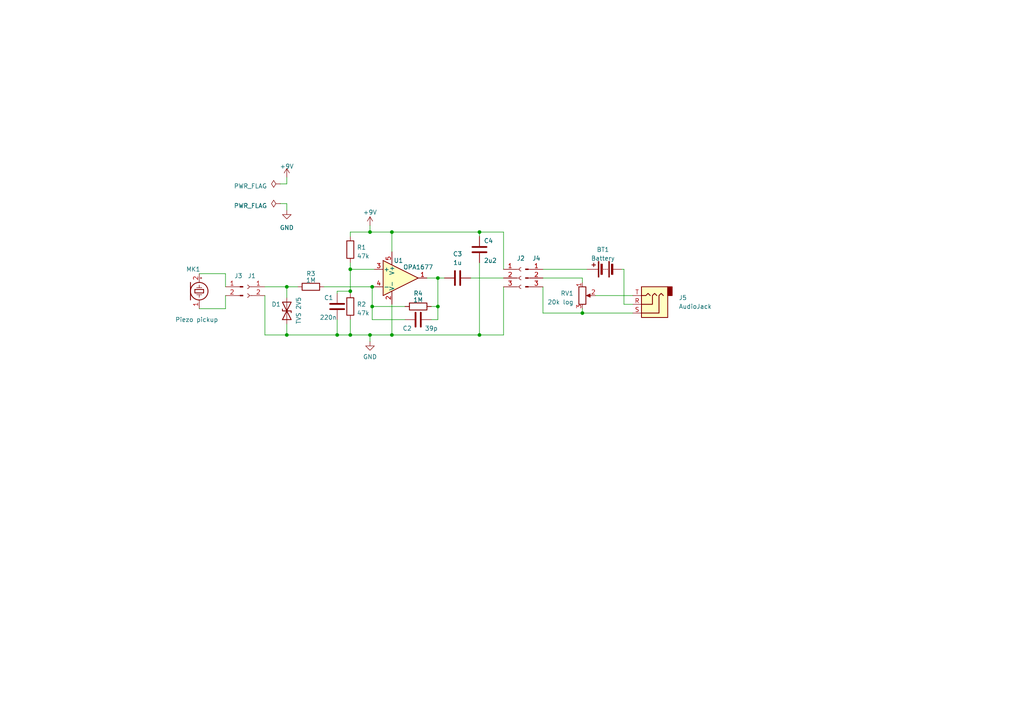
<source format=kicad_sch>
(kicad_sch (version 20230121) (generator eeschema)

  (uuid 8979b6e2-98c0-4e59-98fd-eb8fca94e0a5)

  (paper "A4")

  (title_block
    (title "Piezo-pickup impedance converter")
    (date "2023-11-08")
    (company "Thiadmer Riemersma")
  )

  (lib_symbols
    (symbol "Amplifier_Operational:OPA1677DBV" (pin_names (offset 0.127)) (in_bom yes) (on_board yes)
      (property "Reference" "U" (at 0 5.08 0)
        (effects (font (size 1.27 1.27)) (justify left))
      )
      (property "Value" "OPA1677" (at 0 -5.08 0)
        (effects (font (size 1.27 1.27)) (justify left))
      )
      (property "Footprint" "Package_TO_SOT_SMD:SOT-23-5" (at 0 0 0)
        (effects (font (size 1.27 1.27)) hide)
      )
      (property "Datasheet" "https://www.analog.com/media/en/technical-documentation/data-sheets/AD8603_8607_8609.pdf" (at 0 5.08 0)
        (effects (font (size 1.27 1.27)) hide)
      )
      (property "ki_keywords" "single opamp" (at 0 0 0)
        (effects (font (size 1.27 1.27)) hide)
      )
      (property "ki_description" "Precision Micropower, Low Noise CMOS, Rail-to-Rail Input/Output Operational Amplifier, TSOT-23-5" (at 0 0 0)
        (effects (font (size 1.27 1.27)) hide)
      )
      (property "ki_fp_filters" "SOT*23*" (at 0 0 0)
        (effects (font (size 1.27 1.27)) hide)
      )
      (symbol "OPA1677DBV_0_1"
        (polyline
          (pts
            (xy -5.08 5.08)
            (xy 5.08 0)
            (xy -5.08 -5.08)
            (xy -5.08 5.08)
          )
          (stroke (width 0.254) (type default))
          (fill (type background))
        )
        (pin power_in line (at -2.54 -7.62 90) (length 3.81)
          (name "V-" (effects (font (size 1.27 1.27))))
          (number "2" (effects (font (size 1.27 1.27))))
        )
        (pin power_in line (at -2.54 7.62 270) (length 3.81)
          (name "V+" (effects (font (size 1.27 1.27))))
          (number "5" (effects (font (size 1.27 1.27))))
        )
      )
      (symbol "OPA1677DBV_1_1"
        (pin output line (at 7.62 0 180) (length 2.54)
          (name "~" (effects (font (size 1.27 1.27))))
          (number "1" (effects (font (size 1.27 1.27))))
        )
        (pin input line (at -7.62 2.54 0) (length 2.54)
          (name "+" (effects (font (size 1.27 1.27))))
          (number "3" (effects (font (size 1.27 1.27))))
        )
        (pin input line (at -7.62 -2.54 0) (length 2.54)
          (name "-" (effects (font (size 1.27 1.27))))
          (number "4" (effects (font (size 1.27 1.27))))
        )
      )
    )
    (symbol "Connector:Conn_01x02_Pin" (pin_names (offset 1.016) hide) (in_bom yes) (on_board yes)
      (property "Reference" "J" (at 0 2.54 0)
        (effects (font (size 1.27 1.27)))
      )
      (property "Value" "Conn_01x02_Pin" (at 0 -5.08 0)
        (effects (font (size 1.27 1.27)))
      )
      (property "Footprint" "" (at 0 0 0)
        (effects (font (size 1.27 1.27)) hide)
      )
      (property "Datasheet" "~" (at 0 0 0)
        (effects (font (size 1.27 1.27)) hide)
      )
      (property "ki_locked" "" (at 0 0 0)
        (effects (font (size 1.27 1.27)))
      )
      (property "ki_keywords" "connector" (at 0 0 0)
        (effects (font (size 1.27 1.27)) hide)
      )
      (property "ki_description" "Generic connector, single row, 01x02, script generated" (at 0 0 0)
        (effects (font (size 1.27 1.27)) hide)
      )
      (property "ki_fp_filters" "Connector*:*_1x??_*" (at 0 0 0)
        (effects (font (size 1.27 1.27)) hide)
      )
      (symbol "Conn_01x02_Pin_1_1"
        (polyline
          (pts
            (xy 1.27 -2.54)
            (xy 0.8636 -2.54)
          )
          (stroke (width 0.1524) (type default))
          (fill (type none))
        )
        (polyline
          (pts
            (xy 1.27 0)
            (xy 0.8636 0)
          )
          (stroke (width 0.1524) (type default))
          (fill (type none))
        )
        (rectangle (start 0.8636 -2.413) (end 0 -2.667)
          (stroke (width 0.1524) (type default))
          (fill (type outline))
        )
        (rectangle (start 0.8636 0.127) (end 0 -0.127)
          (stroke (width 0.1524) (type default))
          (fill (type outline))
        )
        (pin passive line (at 5.08 0 180) (length 3.81)
          (name "Pin_1" (effects (font (size 1.27 1.27))))
          (number "1" (effects (font (size 1.27 1.27))))
        )
        (pin passive line (at 5.08 -2.54 180) (length 3.81)
          (name "Pin_2" (effects (font (size 1.27 1.27))))
          (number "2" (effects (font (size 1.27 1.27))))
        )
      )
    )
    (symbol "Connector:Conn_01x02_Socket" (pin_names (offset 1.016) hide) (in_bom yes) (on_board yes)
      (property "Reference" "J" (at 0 2.54 0)
        (effects (font (size 1.27 1.27)))
      )
      (property "Value" "Conn_01x02_Socket" (at 0 -5.08 0)
        (effects (font (size 1.27 1.27)))
      )
      (property "Footprint" "" (at 0 0 0)
        (effects (font (size 1.27 1.27)) hide)
      )
      (property "Datasheet" "~" (at 0 0 0)
        (effects (font (size 1.27 1.27)) hide)
      )
      (property "ki_locked" "" (at 0 0 0)
        (effects (font (size 1.27 1.27)))
      )
      (property "ki_keywords" "connector" (at 0 0 0)
        (effects (font (size 1.27 1.27)) hide)
      )
      (property "ki_description" "Generic connector, single row, 01x02, script generated" (at 0 0 0)
        (effects (font (size 1.27 1.27)) hide)
      )
      (property "ki_fp_filters" "Connector*:*_1x??_*" (at 0 0 0)
        (effects (font (size 1.27 1.27)) hide)
      )
      (symbol "Conn_01x02_Socket_1_1"
        (arc (start 0 -2.032) (mid -0.5058 -2.54) (end 0 -3.048)
          (stroke (width 0.1524) (type default))
          (fill (type none))
        )
        (polyline
          (pts
            (xy -1.27 -2.54)
            (xy -0.508 -2.54)
          )
          (stroke (width 0.1524) (type default))
          (fill (type none))
        )
        (polyline
          (pts
            (xy -1.27 0)
            (xy -0.508 0)
          )
          (stroke (width 0.1524) (type default))
          (fill (type none))
        )
        (arc (start 0 0.508) (mid -0.5058 0) (end 0 -0.508)
          (stroke (width 0.1524) (type default))
          (fill (type none))
        )
        (pin passive line (at -5.08 0 0) (length 3.81)
          (name "Pin_1" (effects (font (size 1.27 1.27))))
          (number "1" (effects (font (size 1.27 1.27))))
        )
        (pin passive line (at -5.08 -2.54 0) (length 3.81)
          (name "Pin_2" (effects (font (size 1.27 1.27))))
          (number "2" (effects (font (size 1.27 1.27))))
        )
      )
    )
    (symbol "Connector:Conn_01x03_Pin" (pin_names (offset 1.016) hide) (in_bom yes) (on_board yes)
      (property "Reference" "J" (at 0 5.08 0)
        (effects (font (size 1.27 1.27)))
      )
      (property "Value" "Conn_01x03_Pin" (at 0 -5.08 0)
        (effects (font (size 1.27 1.27)))
      )
      (property "Footprint" "" (at 0 0 0)
        (effects (font (size 1.27 1.27)) hide)
      )
      (property "Datasheet" "~" (at 0 0 0)
        (effects (font (size 1.27 1.27)) hide)
      )
      (property "ki_locked" "" (at 0 0 0)
        (effects (font (size 1.27 1.27)))
      )
      (property "ki_keywords" "connector" (at 0 0 0)
        (effects (font (size 1.27 1.27)) hide)
      )
      (property "ki_description" "Generic connector, single row, 01x03, script generated" (at 0 0 0)
        (effects (font (size 1.27 1.27)) hide)
      )
      (property "ki_fp_filters" "Connector*:*_1x??_*" (at 0 0 0)
        (effects (font (size 1.27 1.27)) hide)
      )
      (symbol "Conn_01x03_Pin_1_1"
        (polyline
          (pts
            (xy 1.27 -2.54)
            (xy 0.8636 -2.54)
          )
          (stroke (width 0.1524) (type default))
          (fill (type none))
        )
        (polyline
          (pts
            (xy 1.27 0)
            (xy 0.8636 0)
          )
          (stroke (width 0.1524) (type default))
          (fill (type none))
        )
        (polyline
          (pts
            (xy 1.27 2.54)
            (xy 0.8636 2.54)
          )
          (stroke (width 0.1524) (type default))
          (fill (type none))
        )
        (rectangle (start 0.8636 -2.413) (end 0 -2.667)
          (stroke (width 0.1524) (type default))
          (fill (type outline))
        )
        (rectangle (start 0.8636 0.127) (end 0 -0.127)
          (stroke (width 0.1524) (type default))
          (fill (type outline))
        )
        (rectangle (start 0.8636 2.667) (end 0 2.413)
          (stroke (width 0.1524) (type default))
          (fill (type outline))
        )
        (pin passive line (at 5.08 2.54 180) (length 3.81)
          (name "Pin_1" (effects (font (size 1.27 1.27))))
          (number "1" (effects (font (size 1.27 1.27))))
        )
        (pin passive line (at 5.08 0 180) (length 3.81)
          (name "Pin_2" (effects (font (size 1.27 1.27))))
          (number "2" (effects (font (size 1.27 1.27))))
        )
        (pin passive line (at 5.08 -2.54 180) (length 3.81)
          (name "Pin_3" (effects (font (size 1.27 1.27))))
          (number "3" (effects (font (size 1.27 1.27))))
        )
      )
    )
    (symbol "Connector:Conn_01x03_Socket" (pin_names (offset 1.016) hide) (in_bom yes) (on_board yes)
      (property "Reference" "J" (at 0 5.08 0)
        (effects (font (size 1.27 1.27)))
      )
      (property "Value" "Conn_01x03_Socket" (at 0 -5.08 0)
        (effects (font (size 1.27 1.27)))
      )
      (property "Footprint" "" (at 0 0 0)
        (effects (font (size 1.27 1.27)) hide)
      )
      (property "Datasheet" "~" (at 0 0 0)
        (effects (font (size 1.27 1.27)) hide)
      )
      (property "ki_locked" "" (at 0 0 0)
        (effects (font (size 1.27 1.27)))
      )
      (property "ki_keywords" "connector" (at 0 0 0)
        (effects (font (size 1.27 1.27)) hide)
      )
      (property "ki_description" "Generic connector, single row, 01x03, script generated" (at 0 0 0)
        (effects (font (size 1.27 1.27)) hide)
      )
      (property "ki_fp_filters" "Connector*:*_1x??_*" (at 0 0 0)
        (effects (font (size 1.27 1.27)) hide)
      )
      (symbol "Conn_01x03_Socket_1_1"
        (arc (start 0 -2.032) (mid -0.5058 -2.54) (end 0 -3.048)
          (stroke (width 0.1524) (type default))
          (fill (type none))
        )
        (polyline
          (pts
            (xy -1.27 -2.54)
            (xy -0.508 -2.54)
          )
          (stroke (width 0.1524) (type default))
          (fill (type none))
        )
        (polyline
          (pts
            (xy -1.27 0)
            (xy -0.508 0)
          )
          (stroke (width 0.1524) (type default))
          (fill (type none))
        )
        (polyline
          (pts
            (xy -1.27 2.54)
            (xy -0.508 2.54)
          )
          (stroke (width 0.1524) (type default))
          (fill (type none))
        )
        (arc (start 0 0.508) (mid -0.5058 0) (end 0 -0.508)
          (stroke (width 0.1524) (type default))
          (fill (type none))
        )
        (arc (start 0 3.048) (mid -0.5058 2.54) (end 0 2.032)
          (stroke (width 0.1524) (type default))
          (fill (type none))
        )
        (pin passive line (at -5.08 2.54 0) (length 3.81)
          (name "Pin_1" (effects (font (size 1.27 1.27))))
          (number "1" (effects (font (size 1.27 1.27))))
        )
        (pin passive line (at -5.08 0 0) (length 3.81)
          (name "Pin_2" (effects (font (size 1.27 1.27))))
          (number "2" (effects (font (size 1.27 1.27))))
        )
        (pin passive line (at -5.08 -2.54 0) (length 3.81)
          (name "Pin_3" (effects (font (size 1.27 1.27))))
          (number "3" (effects (font (size 1.27 1.27))))
        )
      )
    )
    (symbol "Connector_Audio:AudioJack3" (in_bom yes) (on_board yes)
      (property "Reference" "J" (at 0 8.89 0)
        (effects (font (size 1.27 1.27)))
      )
      (property "Value" "AudioJack3" (at 0 6.35 0)
        (effects (font (size 1.27 1.27)))
      )
      (property "Footprint" "" (at 0 0 0)
        (effects (font (size 1.27 1.27)) hide)
      )
      (property "Datasheet" "~" (at 0 0 0)
        (effects (font (size 1.27 1.27)) hide)
      )
      (property "ki_keywords" "audio jack receptacle stereo headphones phones TRS connector" (at 0 0 0)
        (effects (font (size 1.27 1.27)) hide)
      )
      (property "ki_description" "Audio Jack, 3 Poles (Stereo / TRS)" (at 0 0 0)
        (effects (font (size 1.27 1.27)) hide)
      )
      (property "ki_fp_filters" "Jack*" (at 0 0 0)
        (effects (font (size 1.27 1.27)) hide)
      )
      (symbol "AudioJack3_0_1"
        (rectangle (start -5.08 -5.08) (end -6.35 -2.54)
          (stroke (width 0.254) (type default))
          (fill (type outline))
        )
        (polyline
          (pts
            (xy 0 -2.54)
            (xy 0.635 -3.175)
            (xy 1.27 -2.54)
            (xy 2.54 -2.54)
          )
          (stroke (width 0.254) (type default))
          (fill (type none))
        )
        (polyline
          (pts
            (xy -1.905 -2.54)
            (xy -1.27 -3.175)
            (xy -0.635 -2.54)
            (xy -0.635 0)
            (xy 2.54 0)
          )
          (stroke (width 0.254) (type default))
          (fill (type none))
        )
        (polyline
          (pts
            (xy 2.54 2.54)
            (xy -2.54 2.54)
            (xy -2.54 -2.54)
            (xy -3.175 -3.175)
            (xy -3.81 -2.54)
          )
          (stroke (width 0.254) (type default))
          (fill (type none))
        )
        (rectangle (start 2.54 3.81) (end -5.08 -5.08)
          (stroke (width 0.254) (type default))
          (fill (type background))
        )
      )
      (symbol "AudioJack3_1_1"
        (pin passive line (at 5.08 0 180) (length 2.54)
          (name "~" (effects (font (size 1.27 1.27))))
          (number "R" (effects (font (size 1.27 1.27))))
        )
        (pin passive line (at 5.08 2.54 180) (length 2.54)
          (name "~" (effects (font (size 1.27 1.27))))
          (number "S" (effects (font (size 1.27 1.27))))
        )
        (pin passive line (at 5.08 -2.54 180) (length 2.54)
          (name "~" (effects (font (size 1.27 1.27))))
          (number "T" (effects (font (size 1.27 1.27))))
        )
      )
    )
    (symbol "Device:Battery" (pin_numbers hide) (pin_names (offset 0) hide) (in_bom yes) (on_board yes)
      (property "Reference" "BT" (at 2.54 2.54 0)
        (effects (font (size 1.27 1.27)) (justify left))
      )
      (property "Value" "Battery" (at 2.54 0 0)
        (effects (font (size 1.27 1.27)) (justify left))
      )
      (property "Footprint" "" (at 0 1.524 90)
        (effects (font (size 1.27 1.27)) hide)
      )
      (property "Datasheet" "~" (at 0 1.524 90)
        (effects (font (size 1.27 1.27)) hide)
      )
      (property "ki_keywords" "batt voltage-source cell" (at 0 0 0)
        (effects (font (size 1.27 1.27)) hide)
      )
      (property "ki_description" "Multiple-cell battery" (at 0 0 0)
        (effects (font (size 1.27 1.27)) hide)
      )
      (symbol "Battery_0_1"
        (rectangle (start -2.286 -1.27) (end 2.286 -1.524)
          (stroke (width 0) (type default))
          (fill (type outline))
        )
        (rectangle (start -2.286 1.778) (end 2.286 1.524)
          (stroke (width 0) (type default))
          (fill (type outline))
        )
        (rectangle (start -1.524 -2.032) (end 1.524 -2.54)
          (stroke (width 0) (type default))
          (fill (type outline))
        )
        (rectangle (start -1.524 1.016) (end 1.524 0.508)
          (stroke (width 0) (type default))
          (fill (type outline))
        )
        (polyline
          (pts
            (xy 0 -1.016)
            (xy 0 -0.762)
          )
          (stroke (width 0) (type default))
          (fill (type none))
        )
        (polyline
          (pts
            (xy 0 -0.508)
            (xy 0 -0.254)
          )
          (stroke (width 0) (type default))
          (fill (type none))
        )
        (polyline
          (pts
            (xy 0 0)
            (xy 0 0.254)
          )
          (stroke (width 0) (type default))
          (fill (type none))
        )
        (polyline
          (pts
            (xy 0 1.778)
            (xy 0 2.54)
          )
          (stroke (width 0) (type default))
          (fill (type none))
        )
        (polyline
          (pts
            (xy 0.762 3.048)
            (xy 1.778 3.048)
          )
          (stroke (width 0.254) (type default))
          (fill (type none))
        )
        (polyline
          (pts
            (xy 1.27 3.556)
            (xy 1.27 2.54)
          )
          (stroke (width 0.254) (type default))
          (fill (type none))
        )
      )
      (symbol "Battery_1_1"
        (pin passive line (at 0 5.08 270) (length 2.54)
          (name "+" (effects (font (size 1.27 1.27))))
          (number "1" (effects (font (size 1.27 1.27))))
        )
        (pin passive line (at 0 -5.08 90) (length 2.54)
          (name "-" (effects (font (size 1.27 1.27))))
          (number "2" (effects (font (size 1.27 1.27))))
        )
      )
    )
    (symbol "Device:C" (pin_numbers hide) (pin_names (offset 0.254)) (in_bom yes) (on_board yes)
      (property "Reference" "C" (at 0.635 2.54 0)
        (effects (font (size 1.27 1.27)) (justify left))
      )
      (property "Value" "C" (at 0.635 -2.54 0)
        (effects (font (size 1.27 1.27)) (justify left))
      )
      (property "Footprint" "" (at 0.9652 -3.81 0)
        (effects (font (size 1.27 1.27)) hide)
      )
      (property "Datasheet" "~" (at 0 0 0)
        (effects (font (size 1.27 1.27)) hide)
      )
      (property "ki_keywords" "cap capacitor" (at 0 0 0)
        (effects (font (size 1.27 1.27)) hide)
      )
      (property "ki_description" "Unpolarized capacitor" (at 0 0 0)
        (effects (font (size 1.27 1.27)) hide)
      )
      (property "ki_fp_filters" "C_*" (at 0 0 0)
        (effects (font (size 1.27 1.27)) hide)
      )
      (symbol "C_0_1"
        (polyline
          (pts
            (xy -2.032 -0.762)
            (xy 2.032 -0.762)
          )
          (stroke (width 0.508) (type default))
          (fill (type none))
        )
        (polyline
          (pts
            (xy -2.032 0.762)
            (xy 2.032 0.762)
          )
          (stroke (width 0.508) (type default))
          (fill (type none))
        )
      )
      (symbol "C_1_1"
        (pin passive line (at 0 3.81 270) (length 2.794)
          (name "~" (effects (font (size 1.27 1.27))))
          (number "1" (effects (font (size 1.27 1.27))))
        )
        (pin passive line (at 0 -3.81 90) (length 2.794)
          (name "~" (effects (font (size 1.27 1.27))))
          (number "2" (effects (font (size 1.27 1.27))))
        )
      )
    )
    (symbol "Device:D_TVS" (pin_numbers hide) (pin_names (offset 1.016) hide) (in_bom yes) (on_board yes)
      (property "Reference" "D" (at 0 2.54 0)
        (effects (font (size 1.27 1.27)))
      )
      (property "Value" "D_TVS" (at 0 -2.54 0)
        (effects (font (size 1.27 1.27)))
      )
      (property "Footprint" "" (at 0 0 0)
        (effects (font (size 1.27 1.27)) hide)
      )
      (property "Datasheet" "~" (at 0 0 0)
        (effects (font (size 1.27 1.27)) hide)
      )
      (property "ki_keywords" "diode TVS thyrector" (at 0 0 0)
        (effects (font (size 1.27 1.27)) hide)
      )
      (property "ki_description" "Bidirectional transient-voltage-suppression diode" (at 0 0 0)
        (effects (font (size 1.27 1.27)) hide)
      )
      (property "ki_fp_filters" "TO-???* *_Diode_* *SingleDiode* D_*" (at 0 0 0)
        (effects (font (size 1.27 1.27)) hide)
      )
      (symbol "D_TVS_0_1"
        (polyline
          (pts
            (xy 1.27 0)
            (xy -1.27 0)
          )
          (stroke (width 0) (type default))
          (fill (type none))
        )
        (polyline
          (pts
            (xy 0.508 1.27)
            (xy 0 1.27)
            (xy 0 -1.27)
            (xy -0.508 -1.27)
          )
          (stroke (width 0.254) (type default))
          (fill (type none))
        )
        (polyline
          (pts
            (xy -2.54 1.27)
            (xy -2.54 -1.27)
            (xy 2.54 1.27)
            (xy 2.54 -1.27)
            (xy -2.54 1.27)
          )
          (stroke (width 0.254) (type default))
          (fill (type none))
        )
      )
      (symbol "D_TVS_1_1"
        (pin passive line (at -3.81 0 0) (length 2.54)
          (name "A1" (effects (font (size 1.27 1.27))))
          (number "1" (effects (font (size 1.27 1.27))))
        )
        (pin passive line (at 3.81 0 180) (length 2.54)
          (name "A2" (effects (font (size 1.27 1.27))))
          (number "2" (effects (font (size 1.27 1.27))))
        )
      )
    )
    (symbol "Device:Microphone_Crystal" (pin_names (offset 0.0254) hide) (in_bom yes) (on_board yes)
      (property "Reference" "MK" (at -3.81 1.143 0)
        (effects (font (size 1.27 1.27)) (justify right))
      )
      (property "Value" "Microphone_Crystal" (at -3.81 -0.762 0)
        (effects (font (size 1.27 1.27)) (justify right))
      )
      (property "Footprint" "" (at 1.27 -1.778 90)
        (effects (font (size 1.27 1.27)) (justify left) hide)
      )
      (property "Datasheet" "~" (at 0 2.54 90)
        (effects (font (size 1.27 1.27)) hide)
      )
      (property "ki_keywords" "microphone crystal" (at 0 0 0)
        (effects (font (size 1.27 1.27)) hide)
      )
      (property "ki_description" "Crystal microphone" (at 0 0 0)
        (effects (font (size 1.27 1.27)) hide)
      )
      (symbol "Microphone_Crystal_0_1"
        (rectangle (start -1.27 0.508) (end 1.27 -0.508)
          (stroke (width 0.254) (type default))
          (fill (type none))
        )
        (polyline
          (pts
            (xy -2.54 2.54)
            (xy -2.54 -2.54)
          )
          (stroke (width 0.254) (type default))
          (fill (type none))
        )
        (polyline
          (pts
            (xy -0.762 -1.016)
            (xy 0.762 -1.016)
          )
          (stroke (width 0) (type default))
          (fill (type none))
        )
        (polyline
          (pts
            (xy -0.762 1.016)
            (xy 0.762 1.016)
          )
          (stroke (width 0) (type default))
          (fill (type none))
        )
        (polyline
          (pts
            (xy 0 -1.016)
            (xy 0 -1.778)
          )
          (stroke (width 0) (type default))
          (fill (type none))
        )
        (polyline
          (pts
            (xy 0 1.016)
            (xy 0 1.778)
          )
          (stroke (width 0) (type default))
          (fill (type none))
        )
        (polyline
          (pts
            (xy 0.254 3.81)
            (xy 0.762 3.81)
          )
          (stroke (width 0) (type default))
          (fill (type none))
        )
        (polyline
          (pts
            (xy 0.508 4.064)
            (xy 0.508 3.556)
          )
          (stroke (width 0) (type default))
          (fill (type none))
        )
        (circle (center 0 0) (radius 2.54)
          (stroke (width 0.254) (type default))
          (fill (type none))
        )
      )
      (symbol "Microphone_Crystal_1_1"
        (pin passive line (at 0 -5.08 90) (length 2.54)
          (name "-" (effects (font (size 1.27 1.27))))
          (number "1" (effects (font (size 1.27 1.27))))
        )
        (pin passive line (at 0 5.08 270) (length 2.54)
          (name "+" (effects (font (size 1.27 1.27))))
          (number "2" (effects (font (size 1.27 1.27))))
        )
      )
    )
    (symbol "Device:R" (pin_numbers hide) (pin_names (offset 0)) (in_bom yes) (on_board yes)
      (property "Reference" "R" (at 2.032 0 90)
        (effects (font (size 1.27 1.27)))
      )
      (property "Value" "R" (at 0 0 90)
        (effects (font (size 1.27 1.27)))
      )
      (property "Footprint" "" (at -1.778 0 90)
        (effects (font (size 1.27 1.27)) hide)
      )
      (property "Datasheet" "~" (at 0 0 0)
        (effects (font (size 1.27 1.27)) hide)
      )
      (property "ki_keywords" "R res resistor" (at 0 0 0)
        (effects (font (size 1.27 1.27)) hide)
      )
      (property "ki_description" "Resistor" (at 0 0 0)
        (effects (font (size 1.27 1.27)) hide)
      )
      (property "ki_fp_filters" "R_*" (at 0 0 0)
        (effects (font (size 1.27 1.27)) hide)
      )
      (symbol "R_0_1"
        (rectangle (start -1.016 -2.54) (end 1.016 2.54)
          (stroke (width 0.254) (type default))
          (fill (type none))
        )
      )
      (symbol "R_1_1"
        (pin passive line (at 0 3.81 270) (length 1.27)
          (name "~" (effects (font (size 1.27 1.27))))
          (number "1" (effects (font (size 1.27 1.27))))
        )
        (pin passive line (at 0 -3.81 90) (length 1.27)
          (name "~" (effects (font (size 1.27 1.27))))
          (number "2" (effects (font (size 1.27 1.27))))
        )
      )
    )
    (symbol "Device:R_Potentiometer" (pin_names (offset 1.016) hide) (in_bom yes) (on_board yes)
      (property "Reference" "RV" (at -4.445 0 90)
        (effects (font (size 1.27 1.27)))
      )
      (property "Value" "R_Potentiometer" (at -2.54 0 90)
        (effects (font (size 1.27 1.27)))
      )
      (property "Footprint" "" (at 0 0 0)
        (effects (font (size 1.27 1.27)) hide)
      )
      (property "Datasheet" "~" (at 0 0 0)
        (effects (font (size 1.27 1.27)) hide)
      )
      (property "ki_keywords" "resistor variable" (at 0 0 0)
        (effects (font (size 1.27 1.27)) hide)
      )
      (property "ki_description" "Potentiometer" (at 0 0 0)
        (effects (font (size 1.27 1.27)) hide)
      )
      (property "ki_fp_filters" "Potentiometer*" (at 0 0 0)
        (effects (font (size 1.27 1.27)) hide)
      )
      (symbol "R_Potentiometer_0_1"
        (polyline
          (pts
            (xy 2.54 0)
            (xy 1.524 0)
          )
          (stroke (width 0) (type default))
          (fill (type none))
        )
        (polyline
          (pts
            (xy 1.143 0)
            (xy 2.286 0.508)
            (xy 2.286 -0.508)
            (xy 1.143 0)
          )
          (stroke (width 0) (type default))
          (fill (type outline))
        )
        (rectangle (start 1.016 2.54) (end -1.016 -2.54)
          (stroke (width 0.254) (type default))
          (fill (type none))
        )
      )
      (symbol "R_Potentiometer_1_1"
        (pin passive line (at 0 3.81 270) (length 1.27)
          (name "1" (effects (font (size 1.27 1.27))))
          (number "1" (effects (font (size 1.27 1.27))))
        )
        (pin passive line (at 3.81 0 180) (length 1.27)
          (name "2" (effects (font (size 1.27 1.27))))
          (number "2" (effects (font (size 1.27 1.27))))
        )
        (pin passive line (at 0 -3.81 90) (length 1.27)
          (name "3" (effects (font (size 1.27 1.27))))
          (number "3" (effects (font (size 1.27 1.27))))
        )
      )
    )
    (symbol "power:+9V" (power) (pin_names (offset 0)) (in_bom yes) (on_board yes)
      (property "Reference" "#PWR" (at 0 -3.81 0)
        (effects (font (size 1.27 1.27)) hide)
      )
      (property "Value" "+9V" (at 0 3.556 0)
        (effects (font (size 1.27 1.27)))
      )
      (property "Footprint" "" (at 0 0 0)
        (effects (font (size 1.27 1.27)) hide)
      )
      (property "Datasheet" "" (at 0 0 0)
        (effects (font (size 1.27 1.27)) hide)
      )
      (property "ki_keywords" "global power" (at 0 0 0)
        (effects (font (size 1.27 1.27)) hide)
      )
      (property "ki_description" "Power symbol creates a global label with name \"+9V\"" (at 0 0 0)
        (effects (font (size 1.27 1.27)) hide)
      )
      (symbol "+9V_0_1"
        (polyline
          (pts
            (xy -0.762 1.27)
            (xy 0 2.54)
          )
          (stroke (width 0) (type default))
          (fill (type none))
        )
        (polyline
          (pts
            (xy 0 0)
            (xy 0 2.54)
          )
          (stroke (width 0) (type default))
          (fill (type none))
        )
        (polyline
          (pts
            (xy 0 2.54)
            (xy 0.762 1.27)
          )
          (stroke (width 0) (type default))
          (fill (type none))
        )
      )
      (symbol "+9V_1_1"
        (pin power_in line (at 0 0 90) (length 0) hide
          (name "+9V" (effects (font (size 1.27 1.27))))
          (number "1" (effects (font (size 1.27 1.27))))
        )
      )
    )
    (symbol "power:GND" (power) (pin_names (offset 0)) (in_bom yes) (on_board yes)
      (property "Reference" "#PWR" (at 0 -6.35 0)
        (effects (font (size 1.27 1.27)) hide)
      )
      (property "Value" "GND" (at 0 -3.81 0)
        (effects (font (size 1.27 1.27)))
      )
      (property "Footprint" "" (at 0 0 0)
        (effects (font (size 1.27 1.27)) hide)
      )
      (property "Datasheet" "" (at 0 0 0)
        (effects (font (size 1.27 1.27)) hide)
      )
      (property "ki_keywords" "global power" (at 0 0 0)
        (effects (font (size 1.27 1.27)) hide)
      )
      (property "ki_description" "Power symbol creates a global label with name \"GND\" , ground" (at 0 0 0)
        (effects (font (size 1.27 1.27)) hide)
      )
      (symbol "GND_0_1"
        (polyline
          (pts
            (xy 0 0)
            (xy 0 -1.27)
            (xy 1.27 -1.27)
            (xy 0 -2.54)
            (xy -1.27 -1.27)
            (xy 0 -1.27)
          )
          (stroke (width 0) (type default))
          (fill (type none))
        )
      )
      (symbol "GND_1_1"
        (pin power_in line (at 0 0 270) (length 0) hide
          (name "GND" (effects (font (size 1.27 1.27))))
          (number "1" (effects (font (size 1.27 1.27))))
        )
      )
    )
    (symbol "power:PWR_FLAG" (power) (pin_numbers hide) (pin_names (offset 0) hide) (in_bom yes) (on_board yes)
      (property "Reference" "#FLG" (at 0 1.905 0)
        (effects (font (size 1.27 1.27)) hide)
      )
      (property "Value" "PWR_FLAG" (at 0 3.81 0)
        (effects (font (size 1.27 1.27)))
      )
      (property "Footprint" "" (at 0 0 0)
        (effects (font (size 1.27 1.27)) hide)
      )
      (property "Datasheet" "~" (at 0 0 0)
        (effects (font (size 1.27 1.27)) hide)
      )
      (property "ki_keywords" "flag power" (at 0 0 0)
        (effects (font (size 1.27 1.27)) hide)
      )
      (property "ki_description" "Special symbol for telling ERC where power comes from" (at 0 0 0)
        (effects (font (size 1.27 1.27)) hide)
      )
      (symbol "PWR_FLAG_0_0"
        (pin power_out line (at 0 0 90) (length 0)
          (name "pwr" (effects (font (size 1.27 1.27))))
          (number "1" (effects (font (size 1.27 1.27))))
        )
      )
      (symbol "PWR_FLAG_0_1"
        (polyline
          (pts
            (xy 0 0)
            (xy 0 1.27)
            (xy -1.016 1.905)
            (xy 0 2.54)
            (xy 1.016 1.905)
            (xy 0 1.27)
          )
          (stroke (width 0) (type default))
          (fill (type none))
        )
      )
    )
  )

  (junction (at 83.185 83.185) (diameter 0) (color 0 0 0 0)
    (uuid 145b02e8-dffa-495e-93ef-15e8c2788171)
  )
  (junction (at 107.95 88.9) (diameter 0) (color 0 0 0 0)
    (uuid 25fc0de0-c787-455f-9713-4f448fb299b4)
  )
  (junction (at 113.665 97.155) (diameter 0) (color 0 0 0 0)
    (uuid 39e20208-51bd-4a91-932c-7c2803414f26)
  )
  (junction (at 139.065 97.155) (diameter 0) (color 0 0 0 0)
    (uuid 4beccc6a-7f4a-4952-925a-fdc82422402b)
  )
  (junction (at 139.065 67.31) (diameter 0) (color 0 0 0 0)
    (uuid 52e2bf79-cafd-4d1e-aad8-81ac15782bf3)
  )
  (junction (at 107.315 67.31) (diameter 0) (color 0 0 0 0)
    (uuid 53ddfc9e-5c42-4fde-8d35-bfccef493d56)
  )
  (junction (at 97.79 97.155) (diameter 0) (color 0 0 0 0)
    (uuid 61cbf9af-08d3-48e7-aba6-049025d31d4f)
  )
  (junction (at 101.6 84.455) (diameter 0) (color 0 0 0 0)
    (uuid 6a593c8d-453a-405b-b7b9-7abe9ae36613)
  )
  (junction (at 168.91 90.805) (diameter 0) (color 0 0 0 0)
    (uuid 6cf0ec70-bed2-45e3-9952-800da858930f)
  )
  (junction (at 113.665 67.31) (diameter 0) (color 0 0 0 0)
    (uuid 74e6a960-2a17-47d0-bf0a-51f2d1c6235e)
  )
  (junction (at 127 88.9) (diameter 0) (color 0 0 0 0)
    (uuid 9038d197-5b2f-44e3-8db4-f5cd0b83ef95)
  )
  (junction (at 101.6 78.105) (diameter 0) (color 0 0 0 0)
    (uuid 9fd82cd4-f60a-4df6-93b8-1f6b20c5a8aa)
  )
  (junction (at 107.315 97.155) (diameter 0) (color 0 0 0 0)
    (uuid b560b001-6da7-4da0-b43d-afdbc4a1f166)
  )
  (junction (at 101.6 97.155) (diameter 0) (color 0 0 0 0)
    (uuid bb7011a4-b99f-4fe5-9c18-b07e54b545ee)
  )
  (junction (at 127 80.645) (diameter 0) (color 0 0 0 0)
    (uuid ca0a75bc-4ee7-4edd-bb18-aeb0304031b7)
  )
  (junction (at 107.95 83.185) (diameter 0) (color 0 0 0 0)
    (uuid d4c4ad7c-0b31-4da8-89ad-c98715ce342f)
  )
  (junction (at 83.185 97.155) (diameter 0) (color 0 0 0 0)
    (uuid f7ffac61-9c25-4e69-b130-ebf8a9673d93)
  )

  (wire (pts (xy 168.91 80.645) (xy 168.91 81.915))
    (stroke (width 0) (type default))
    (uuid 08eadc56-d173-4ee3-a5b2-1fccc559cea9)
  )
  (wire (pts (xy 180.975 88.265) (xy 180.975 78.105))
    (stroke (width 0) (type default))
    (uuid 0ab46a37-4dac-48b0-a180-6193d498bc50)
  )
  (wire (pts (xy 113.665 97.155) (xy 107.315 97.155))
    (stroke (width 0) (type default))
    (uuid 0cf619cb-83fb-455a-bc87-e901d030205d)
  )
  (wire (pts (xy 83.185 53.34) (xy 81.28 53.34))
    (stroke (width 0) (type default))
    (uuid 17e73c3b-86ec-4be3-912c-001823f8d4e5)
  )
  (wire (pts (xy 107.315 97.155) (xy 107.315 99.06))
    (stroke (width 0) (type default))
    (uuid 1f661f83-b8b1-43f5-be0b-86af4f3bac1d)
  )
  (wire (pts (xy 101.6 68.58) (xy 101.6 67.31))
    (stroke (width 0) (type default))
    (uuid 1fbdb910-de4d-4da8-8e27-1c92e472a8a4)
  )
  (wire (pts (xy 97.79 84.455) (xy 101.6 84.455))
    (stroke (width 0) (type default))
    (uuid 24ab118f-62b0-408f-8cc2-edfd5c788922)
  )
  (wire (pts (xy 157.48 78.105) (xy 170.18 78.105))
    (stroke (width 0) (type default))
    (uuid 280e9636-e211-4eb5-8b39-eeedb9ad1aed)
  )
  (wire (pts (xy 97.79 92.71) (xy 97.79 97.155))
    (stroke (width 0) (type default))
    (uuid 2960bb87-a3b1-4f57-948f-d59960e7056d)
  )
  (wire (pts (xy 172.72 85.725) (xy 183.515 85.725))
    (stroke (width 0) (type default))
    (uuid 29f6d668-1418-4ee5-ad14-9cbcdb23bfee)
  )
  (wire (pts (xy 117.475 92.71) (xy 107.95 92.71))
    (stroke (width 0) (type default))
    (uuid 2c702160-2768-4654-a502-e7c1ecff362f)
  )
  (wire (pts (xy 107.95 83.185) (xy 108.585 83.185))
    (stroke (width 0) (type default))
    (uuid 2f11c8b9-d5f6-4507-b8ed-bc6135a255b5)
  )
  (wire (pts (xy 117.475 88.9) (xy 107.95 88.9))
    (stroke (width 0) (type default))
    (uuid 3344ded9-aa1d-4cd1-b3d5-56b92e4dbc93)
  )
  (wire (pts (xy 101.6 78.105) (xy 101.6 76.2))
    (stroke (width 0) (type default))
    (uuid 34ac0f10-a2a1-4023-85d4-6d66a719dbf3)
  )
  (wire (pts (xy 123.825 80.645) (xy 127 80.645))
    (stroke (width 0) (type default))
    (uuid 36425b6b-a13e-49af-9eab-92c3cff9b356)
  )
  (wire (pts (xy 83.185 60.96) (xy 83.185 59.055))
    (stroke (width 0) (type default))
    (uuid 37af95df-5eb1-4e27-9cb3-e1007806b908)
  )
  (wire (pts (xy 113.665 67.31) (xy 139.065 67.31))
    (stroke (width 0) (type default))
    (uuid 3cad2221-ddf3-4332-8c16-7cf93081fcaa)
  )
  (wire (pts (xy 97.79 85.09) (xy 97.79 84.455))
    (stroke (width 0) (type default))
    (uuid 3fbeb8d9-900f-43fc-be91-57b514ffb612)
  )
  (wire (pts (xy 113.665 97.155) (xy 139.065 97.155))
    (stroke (width 0) (type default))
    (uuid 43c1bfbb-a6b2-4f28-b48f-46fc268e8701)
  )
  (wire (pts (xy 107.315 65.405) (xy 107.315 67.31))
    (stroke (width 0) (type default))
    (uuid 441fc2ce-1679-4d44-abb2-f0232933142c)
  )
  (wire (pts (xy 93.98 83.185) (xy 107.95 83.185))
    (stroke (width 0) (type default))
    (uuid 468de75b-666e-4822-aa05-3d2d2cd31304)
  )
  (wire (pts (xy 183.515 88.265) (xy 180.975 88.265))
    (stroke (width 0) (type default))
    (uuid 48010dbd-43e5-4f2b-970d-719253dd3d06)
  )
  (wire (pts (xy 107.315 67.31) (xy 113.665 67.31))
    (stroke (width 0) (type default))
    (uuid 50cd6ced-f4b9-41d6-b4fa-d1b7b60f420c)
  )
  (wire (pts (xy 125.095 92.71) (xy 127 92.71))
    (stroke (width 0) (type default))
    (uuid 56d3672a-4e5f-4a71-bb0a-f7a4f76534bb)
  )
  (wire (pts (xy 157.48 83.185) (xy 157.48 90.805))
    (stroke (width 0) (type default))
    (uuid 57741552-1f6e-4631-ba4d-3ba9935a0d9d)
  )
  (wire (pts (xy 83.185 59.055) (xy 81.28 59.055))
    (stroke (width 0) (type default))
    (uuid 5cd9f0a1-a5f1-4c41-af6e-b009a7b674e2)
  )
  (wire (pts (xy 127 92.71) (xy 127 88.9))
    (stroke (width 0) (type default))
    (uuid 646a39f1-5362-454d-99f3-3dcee00131a4)
  )
  (wire (pts (xy 139.065 67.31) (xy 139.065 68.58))
    (stroke (width 0) (type default))
    (uuid 6b53185b-0e9c-4796-8c68-b1c1d0fc8742)
  )
  (wire (pts (xy 57.785 79.375) (xy 65.405 79.375))
    (stroke (width 0) (type default))
    (uuid 70fcf430-74f8-460c-8124-2cc6b2f08bf1)
  )
  (wire (pts (xy 76.835 83.185) (xy 83.185 83.185))
    (stroke (width 0) (type default))
    (uuid 74906649-7469-4e18-8ee0-75b97326b6e8)
  )
  (wire (pts (xy 83.185 97.155) (xy 97.79 97.155))
    (stroke (width 0) (type default))
    (uuid 74e3704b-4343-4915-b04c-d6e97a543342)
  )
  (wire (pts (xy 136.525 80.645) (xy 146.05 80.645))
    (stroke (width 0) (type default))
    (uuid 762bb18f-2038-4edd-ba8f-d146f4aa8e92)
  )
  (wire (pts (xy 139.065 97.155) (xy 146.05 97.155))
    (stroke (width 0) (type default))
    (uuid 7c0a06fe-551b-45fa-8b8a-08e0504e8107)
  )
  (wire (pts (xy 108.585 78.105) (xy 101.6 78.105))
    (stroke (width 0) (type default))
    (uuid 7e414fab-530c-4dd1-bc8d-428b6f720b0e)
  )
  (wire (pts (xy 113.665 88.265) (xy 113.665 97.155))
    (stroke (width 0) (type default))
    (uuid 8135c664-e642-4f6e-9905-84e0d2d9d670)
  )
  (wire (pts (xy 113.665 67.31) (xy 113.665 73.025))
    (stroke (width 0) (type default))
    (uuid 903cd399-e6ce-4d1e-b565-efa48a66dfea)
  )
  (wire (pts (xy 83.185 51.435) (xy 83.185 53.34))
    (stroke (width 0) (type default))
    (uuid 904efddf-9fae-499b-bb10-bb03e91f896b)
  )
  (wire (pts (xy 107.95 88.9) (xy 107.95 83.185))
    (stroke (width 0) (type default))
    (uuid 96b9436d-8668-49ba-9f45-924cda295512)
  )
  (wire (pts (xy 168.91 90.805) (xy 168.91 89.535))
    (stroke (width 0) (type default))
    (uuid 96f4beb3-1581-4daf-ba35-7dd985aa86d5)
  )
  (wire (pts (xy 139.065 76.2) (xy 139.065 97.155))
    (stroke (width 0) (type default))
    (uuid 9b341161-e13a-4895-8b53-3a6ea525266e)
  )
  (wire (pts (xy 101.6 67.31) (xy 107.315 67.31))
    (stroke (width 0) (type default))
    (uuid 9bd616b5-b346-433a-9a7c-4c40fe40da3a)
  )
  (wire (pts (xy 65.405 79.375) (xy 65.405 83.185))
    (stroke (width 0) (type default))
    (uuid a0a3a220-220b-4ca4-9a42-1d8772418d07)
  )
  (wire (pts (xy 139.065 67.31) (xy 146.05 67.31))
    (stroke (width 0) (type default))
    (uuid a11f595d-6293-4814-8aa7-44ba98424b2f)
  )
  (wire (pts (xy 101.6 78.105) (xy 101.6 84.455))
    (stroke (width 0) (type default))
    (uuid a6ab3bcc-3607-4ca1-8f31-3c85fcf0f792)
  )
  (wire (pts (xy 107.95 92.71) (xy 107.95 88.9))
    (stroke (width 0) (type default))
    (uuid ba7729f9-9091-4e7d-9604-74f405b1e2dd)
  )
  (wire (pts (xy 83.185 83.185) (xy 86.36 83.185))
    (stroke (width 0) (type default))
    (uuid bcbd9a88-8e7e-4aed-ad56-d3150f6fc799)
  )
  (wire (pts (xy 76.835 97.155) (xy 83.185 97.155))
    (stroke (width 0) (type default))
    (uuid cb4a559d-0086-4960-ac80-8f39a3c13396)
  )
  (wire (pts (xy 127 80.645) (xy 127 88.9))
    (stroke (width 0) (type default))
    (uuid cc091833-224d-4fc5-84e7-0597eb091cdd)
  )
  (wire (pts (xy 107.315 97.155) (xy 101.6 97.155))
    (stroke (width 0) (type default))
    (uuid cf3b443e-0ad6-4ecf-adda-85e37025c7d6)
  )
  (wire (pts (xy 157.48 90.805) (xy 168.91 90.805))
    (stroke (width 0) (type default))
    (uuid d2ef9a3d-9ecf-4e91-971d-823cbc31a4b2)
  )
  (wire (pts (xy 57.785 89.535) (xy 65.405 89.535))
    (stroke (width 0) (type default))
    (uuid d9683f3a-28e4-452c-80f8-02197e6e41d4)
  )
  (wire (pts (xy 127 80.645) (xy 128.905 80.645))
    (stroke (width 0) (type default))
    (uuid dc04a308-45a8-4075-aab3-099ac2da36da)
  )
  (wire (pts (xy 127 88.9) (xy 125.095 88.9))
    (stroke (width 0) (type default))
    (uuid ddeb18bd-2b3f-4526-b633-4031f90fe941)
  )
  (wire (pts (xy 101.6 97.155) (xy 97.79 97.155))
    (stroke (width 0) (type default))
    (uuid df12d417-e6aa-48d4-94f9-e61563c9bc79)
  )
  (wire (pts (xy 183.515 90.805) (xy 168.91 90.805))
    (stroke (width 0) (type default))
    (uuid df79db9f-84fb-444b-8202-9c6770131eab)
  )
  (wire (pts (xy 83.185 83.185) (xy 83.185 86.36))
    (stroke (width 0) (type default))
    (uuid e029e154-3275-4796-9927-3b69145a772c)
  )
  (wire (pts (xy 157.48 80.645) (xy 168.91 80.645))
    (stroke (width 0) (type default))
    (uuid e1211fbc-efc8-42f3-b9a3-3b4135a8c3f6)
  )
  (wire (pts (xy 101.6 84.455) (xy 101.6 85.09))
    (stroke (width 0) (type default))
    (uuid e17d4e21-1a9a-46cc-aece-7349bc95d4d1)
  )
  (wire (pts (xy 65.405 89.535) (xy 65.405 85.725))
    (stroke (width 0) (type default))
    (uuid ee51e59d-3d45-4b65-853e-1aec69bfe0c8)
  )
  (wire (pts (xy 101.6 92.71) (xy 101.6 97.155))
    (stroke (width 0) (type default))
    (uuid ef1f2075-7881-4c96-adf4-86650d787f4c)
  )
  (wire (pts (xy 76.835 85.725) (xy 76.835 97.155))
    (stroke (width 0) (type default))
    (uuid f0f43ea5-7769-4dcc-a9de-d5511734b6d7)
  )
  (wire (pts (xy 180.975 78.105) (xy 180.34 78.105))
    (stroke (width 0) (type default))
    (uuid f34ef3b7-e6b0-4bc5-b28b-b27fcccd4aa8)
  )
  (wire (pts (xy 83.185 93.98) (xy 83.185 97.155))
    (stroke (width 0) (type default))
    (uuid f678fffe-c3cd-40cb-96a0-661bcb98ced6)
  )
  (wire (pts (xy 146.05 83.185) (xy 146.05 97.155))
    (stroke (width 0) (type default))
    (uuid fb3e7e44-c5b1-4006-9113-cf8a3d383925)
  )
  (wire (pts (xy 146.05 67.31) (xy 146.05 78.105))
    (stroke (width 0) (type default))
    (uuid fc8e5869-5614-46cf-8616-00525b475573)
  )

  (symbol (lib_id "Device:C") (at 97.79 88.9 0) (unit 1)
    (in_bom yes) (on_board yes) (dnp no)
    (uuid 00284be7-591a-44a9-bc73-f4dd397704c0)
    (property "Reference" "C1" (at 93.98 86.36 0)
      (effects (font (size 1.27 1.27)) (justify left))
    )
    (property "Value" "220n" (at 92.71 92.075 0)
      (effects (font (size 1.27 1.27)) (justify left))
    )
    (property "Footprint" "VisualPlace:0603" (at 98.7552 92.71 0)
      (effects (font (size 1.27 1.27)) hide)
    )
    (property "Datasheet" "~" (at 97.79 88.9 0)
      (effects (font (size 1.27 1.27)) hide)
    )
    (pin "1" (uuid 7866b66b-9983-49ed-8783-b69170ceb81f))
    (pin "2" (uuid 44d6cf84-18f9-46b0-8bee-ba8535368c2a))
    (instances
      (project "preamp2"
        (path "/8979b6e2-98c0-4e59-98fd-eb8fca94e0a5"
          (reference "C1") (unit 1)
        )
      )
    )
  )

  (symbol (lib_id "Amplifier_Operational:OPA1677DBV") (at 116.205 80.645 0) (unit 1)
    (in_bom yes) (on_board yes) (dnp no)
    (uuid 00d70beb-c72d-44d8-b4ed-09a6ebca1373)
    (property "Reference" "U1" (at 115.57 75.565 0)
      (effects (font (size 1.27 1.27)))
    )
    (property "Value" "OPA1677" (at 121.285 77.47 0)
      (effects (font (size 1.27 1.27)))
    )
    (property "Footprint" "VisualPlace:SOT23-5" (at 116.205 80.645 0)
      (effects (font (size 1.27 1.27)) hide)
    )
    (property "Datasheet" "https://www.analog.com/media/en/technical-documentation/data-sheets/AD8603_8607_8609.pdf" (at 116.205 75.565 0)
      (effects (font (size 1.27 1.27)) hide)
    )
    (pin "2" (uuid 63e6517c-38a7-4485-9ee8-b9cdc75d52b2))
    (pin "5" (uuid f5e11ee1-af98-41ae-b75d-d2504e4085bf))
    (pin "1" (uuid e58b6ef4-8144-4240-bbea-239ae76ef37d))
    (pin "3" (uuid d79bebcf-5bf8-4b2b-8985-7bce6b49a88a))
    (pin "4" (uuid 949d5b97-026a-4dcf-b5ef-fba860280924))
    (instances
      (project "preamp2"
        (path "/8979b6e2-98c0-4e59-98fd-eb8fca94e0a5"
          (reference "U1") (unit 1)
        )
      )
    )
  )

  (symbol (lib_id "power:PWR_FLAG") (at 81.28 53.34 90) (unit 1)
    (in_bom yes) (on_board yes) (dnp no) (fields_autoplaced)
    (uuid 1298d413-f9d2-4afe-8efc-27cff2b7f574)
    (property "Reference" "#FLG01" (at 79.375 53.34 0)
      (effects (font (size 1.27 1.27)) hide)
    )
    (property "Value" "PWR_FLAG" (at 77.47 53.975 90)
      (effects (font (size 1.27 1.27)) (justify left))
    )
    (property "Footprint" "" (at 81.28 53.34 0)
      (effects (font (size 1.27 1.27)) hide)
    )
    (property "Datasheet" "~" (at 81.28 53.34 0)
      (effects (font (size 1.27 1.27)) hide)
    )
    (pin "1" (uuid 0f28b09b-9d23-41e9-b24c-7abb132d8322))
    (instances
      (project "preamp2"
        (path "/8979b6e2-98c0-4e59-98fd-eb8fca94e0a5"
          (reference "#FLG01") (unit 1)
        )
      )
    )
  )

  (symbol (lib_id "Device:R") (at 101.6 72.39 0) (unit 1)
    (in_bom yes) (on_board yes) (dnp no)
    (uuid 18f188c9-7923-4633-9171-5c1d7eff3065)
    (property "Reference" "R1" (at 103.505 71.755 0)
      (effects (font (size 1.27 1.27)) (justify left))
    )
    (property "Value" "47k" (at 103.505 74.295 0)
      (effects (font (size 1.27 1.27)) (justify left))
    )
    (property "Footprint" "VisualPlace:0603" (at 99.822 72.39 90)
      (effects (font (size 1.27 1.27)) hide)
    )
    (property "Datasheet" "~" (at 101.6 72.39 0)
      (effects (font (size 1.27 1.27)) hide)
    )
    (pin "1" (uuid 7b883144-ae6c-4b10-a94a-504be89cc695))
    (pin "2" (uuid 45172ee5-e0d4-47e3-bc24-eb1840793205))
    (instances
      (project "preamp2"
        (path "/8979b6e2-98c0-4e59-98fd-eb8fca94e0a5"
          (reference "R1") (unit 1)
        )
      )
    )
  )

  (symbol (lib_id "Device:R") (at 101.6 88.9 0) (unit 1)
    (in_bom yes) (on_board yes) (dnp no)
    (uuid 1d4667c9-c356-485b-9bd2-3e10741d351f)
    (property "Reference" "R2" (at 103.505 88.265 0)
      (effects (font (size 1.27 1.27)) (justify left))
    )
    (property "Value" "47k" (at 103.505 90.805 0)
      (effects (font (size 1.27 1.27)) (justify left))
    )
    (property "Footprint" "VisualPlace:0603" (at 99.822 88.9 90)
      (effects (font (size 1.27 1.27)) hide)
    )
    (property "Datasheet" "~" (at 101.6 88.9 0)
      (effects (font (size 1.27 1.27)) hide)
    )
    (pin "1" (uuid c9298950-9c51-4355-be4d-076d29429044))
    (pin "2" (uuid d126193a-8694-4656-a478-778f85010ddd))
    (instances
      (project "preamp2"
        (path "/8979b6e2-98c0-4e59-98fd-eb8fca94e0a5"
          (reference "R2") (unit 1)
        )
      )
    )
  )

  (symbol (lib_id "Device:Microphone_Crystal") (at 57.785 84.455 0) (unit 1)
    (in_bom yes) (on_board yes) (dnp no)
    (uuid 333728d5-29c3-46c3-ab64-4435ed83c07f)
    (property "Reference" "MK1" (at 53.975 78.105 0)
      (effects (font (size 1.27 1.27)) (justify left))
    )
    (property "Value" "Piezo pickup" (at 50.8 92.71 0)
      (effects (font (size 1.27 1.27)) (justify left))
    )
    (property "Footprint" "" (at 59.055 86.233 90)
      (effects (font (size 1.27 1.27)) (justify left) hide)
    )
    (property "Datasheet" "~" (at 57.785 81.915 90)
      (effects (font (size 1.27 1.27)) hide)
    )
    (pin "1" (uuid e255c8da-21a1-4ee4-a274-fb96920d1925))
    (pin "2" (uuid 794b4593-4efe-42a8-b4c7-43f39b06bf57))
    (instances
      (project "preamp2"
        (path "/8979b6e2-98c0-4e59-98fd-eb8fca94e0a5"
          (reference "MK1") (unit 1)
        )
      )
    )
  )

  (symbol (lib_id "Connector:Conn_01x03_Pin") (at 152.4 80.645 0) (unit 1)
    (in_bom yes) (on_board yes) (dnp no)
    (uuid 36f58e65-c1f4-49e5-83be-1e109fdef2a2)
    (property "Reference" "J4" (at 155.575 74.93 0)
      (effects (font (size 1.27 1.27)))
    )
    (property "Value" "Conn_01x03_Pin" (at 153.035 76.835 0)
      (effects (font (size 1.27 1.27)) hide)
    )
    (property "Footprint" "" (at 152.4 80.645 0)
      (effects (font (size 1.27 1.27)) hide)
    )
    (property "Datasheet" "~" (at 152.4 80.645 0)
      (effects (font (size 1.27 1.27)) hide)
    )
    (pin "1" (uuid b4ed271f-0219-4868-8aa2-e5f4c7299530))
    (pin "2" (uuid 6339b5cc-0464-4ab4-a710-8d4059d4e1b1))
    (pin "3" (uuid 556eedf7-e3fe-4382-9321-a32b2d271ca9))
    (instances
      (project "preamp2"
        (path "/8979b6e2-98c0-4e59-98fd-eb8fca94e0a5"
          (reference "J4") (unit 1)
        )
      )
    )
  )

  (symbol (lib_id "power:+9V") (at 83.185 51.435 0) (unit 1)
    (in_bom yes) (on_board yes) (dnp no) (fields_autoplaced)
    (uuid 3f0be44c-1f5c-4f04-bb72-34b11bf5ec36)
    (property "Reference" "#PWR03" (at 83.185 55.245 0)
      (effects (font (size 1.27 1.27)) hide)
    )
    (property "Value" "+9V" (at 83.185 48.26 0)
      (effects (font (size 1.27 1.27)))
    )
    (property "Footprint" "" (at 83.185 51.435 0)
      (effects (font (size 1.27 1.27)) hide)
    )
    (property "Datasheet" "" (at 83.185 51.435 0)
      (effects (font (size 1.27 1.27)) hide)
    )
    (pin "1" (uuid e7fb5e76-d967-49a4-b22f-04afca0933a8))
    (instances
      (project "preamp2"
        (path "/8979b6e2-98c0-4e59-98fd-eb8fca94e0a5"
          (reference "#PWR03") (unit 1)
        )
      )
    )
  )

  (symbol (lib_id "Device:Battery") (at 175.26 78.105 90) (unit 1)
    (in_bom yes) (on_board yes) (dnp no) (fields_autoplaced)
    (uuid 438c4322-5c2c-4a60-80a9-e4e241765c43)
    (property "Reference" "BT1" (at 174.879 72.39 90)
      (effects (font (size 1.27 1.27)))
    )
    (property "Value" "Battery" (at 174.879 74.93 90)
      (effects (font (size 1.27 1.27)))
    )
    (property "Footprint" "" (at 173.736 78.105 90)
      (effects (font (size 1.27 1.27)) hide)
    )
    (property "Datasheet" "~" (at 173.736 78.105 90)
      (effects (font (size 1.27 1.27)) hide)
    )
    (pin "1" (uuid dae91884-3f13-4527-a59b-77ae1bef4be0))
    (pin "2" (uuid 7eae493b-80c6-4b5d-93e5-daed7a29960d))
    (instances
      (project "preamp2"
        (path "/8979b6e2-98c0-4e59-98fd-eb8fca94e0a5"
          (reference "BT1") (unit 1)
        )
      )
    )
  )

  (symbol (lib_id "Device:R") (at 90.17 83.185 90) (unit 1)
    (in_bom yes) (on_board yes) (dnp no)
    (uuid 4534dbce-cc33-4593-8e82-0159a9760544)
    (property "Reference" "R3" (at 90.17 79.375 90)
      (effects (font (size 1.27 1.27)))
    )
    (property "Value" "1M" (at 90.17 81.28 90)
      (effects (font (size 1.27 1.27)))
    )
    (property "Footprint" "VisualPlace:0603" (at 90.17 84.963 90)
      (effects (font (size 1.27 1.27)) hide)
    )
    (property "Datasheet" "~" (at 90.17 83.185 0)
      (effects (font (size 1.27 1.27)) hide)
    )
    (pin "1" (uuid fa40f08f-508a-4aac-8468-1fe551c4d034))
    (pin "2" (uuid 0cb151de-9816-4b44-8747-f295847c8a78))
    (instances
      (project "preamp2"
        (path "/8979b6e2-98c0-4e59-98fd-eb8fca94e0a5"
          (reference "R3") (unit 1)
        )
      )
    )
  )

  (symbol (lib_id "Device:C") (at 139.065 72.39 0) (unit 1)
    (in_bom yes) (on_board yes) (dnp no)
    (uuid 5fb62a87-0ace-46df-b463-b0e9e52f96c6)
    (property "Reference" "C4" (at 140.335 69.85 0)
      (effects (font (size 1.27 1.27)) (justify left))
    )
    (property "Value" "2u2" (at 140.335 75.565 0)
      (effects (font (size 1.27 1.27)) (justify left))
    )
    (property "Footprint" "VisualPlace:0603" (at 140.0302 76.2 0)
      (effects (font (size 1.27 1.27)) hide)
    )
    (property "Datasheet" "~" (at 139.065 72.39 0)
      (effects (font (size 1.27 1.27)) hide)
    )
    (pin "1" (uuid 066ddfa5-38e1-491d-8d24-df7452ce67b9))
    (pin "2" (uuid 58c14b9b-7e87-4f7c-af0a-ebd0d119b8e6))
    (instances
      (project "preamp2"
        (path "/8979b6e2-98c0-4e59-98fd-eb8fca94e0a5"
          (reference "C4") (unit 1)
        )
      )
    )
  )

  (symbol (lib_id "power:GND") (at 107.315 99.06 0) (unit 1)
    (in_bom yes) (on_board yes) (dnp no) (fields_autoplaced)
    (uuid 72fb9048-0f62-4d8f-abd5-35f766428044)
    (property "Reference" "#PWR01" (at 107.315 105.41 0)
      (effects (font (size 1.27 1.27)) hide)
    )
    (property "Value" "GND" (at 107.315 103.505 0)
      (effects (font (size 1.27 1.27)))
    )
    (property "Footprint" "" (at 107.315 99.06 0)
      (effects (font (size 1.27 1.27)) hide)
    )
    (property "Datasheet" "" (at 107.315 99.06 0)
      (effects (font (size 1.27 1.27)) hide)
    )
    (pin "1" (uuid 76888153-69b6-4afd-81e2-756d77ca1edc))
    (instances
      (project "preamp2"
        (path "/8979b6e2-98c0-4e59-98fd-eb8fca94e0a5"
          (reference "#PWR01") (unit 1)
        )
      )
    )
  )

  (symbol (lib_id "Connector_Audio:AudioJack3") (at 188.595 88.265 180) (unit 1)
    (in_bom yes) (on_board yes) (dnp no) (fields_autoplaced)
    (uuid 8b4ab852-a786-436b-a3c9-7b2c806c8628)
    (property "Reference" "J5" (at 196.85 86.36 0)
      (effects (font (size 1.27 1.27)) (justify right))
    )
    (property "Value" "AudioJack" (at 196.85 88.9 0)
      (effects (font (size 1.27 1.27)) (justify right))
    )
    (property "Footprint" "" (at 188.595 88.265 0)
      (effects (font (size 1.27 1.27)) hide)
    )
    (property "Datasheet" "~" (at 188.595 88.265 0)
      (effects (font (size 1.27 1.27)) hide)
    )
    (pin "R" (uuid fed207e2-8d99-496c-af38-53f0c729ff1a))
    (pin "S" (uuid cedecece-c924-420b-be32-79081b3b634a))
    (pin "T" (uuid 6178deca-87e0-40d0-bb5f-9b96fabe10a7))
    (instances
      (project "preamp2"
        (path "/8979b6e2-98c0-4e59-98fd-eb8fca94e0a5"
          (reference "J5") (unit 1)
        )
      )
    )
  )

  (symbol (lib_id "power:GND") (at 83.185 60.96 0) (unit 1)
    (in_bom yes) (on_board yes) (dnp no) (fields_autoplaced)
    (uuid 9171c334-c627-45cb-b4f9-a5eac0418dfe)
    (property "Reference" "#PWR04" (at 83.185 67.31 0)
      (effects (font (size 1.27 1.27)) hide)
    )
    (property "Value" "GND" (at 83.185 66.04 0)
      (effects (font (size 1.27 1.27)))
    )
    (property "Footprint" "" (at 83.185 60.96 0)
      (effects (font (size 1.27 1.27)) hide)
    )
    (property "Datasheet" "" (at 83.185 60.96 0)
      (effects (font (size 1.27 1.27)) hide)
    )
    (pin "1" (uuid 1defc7b9-5b6c-4328-8ebd-bda586ad78f8))
    (instances
      (project "preamp2"
        (path "/8979b6e2-98c0-4e59-98fd-eb8fca94e0a5"
          (reference "#PWR04") (unit 1)
        )
      )
    )
  )

  (symbol (lib_id "Connector:Conn_01x02_Pin") (at 70.485 83.185 0) (mirror y) (unit 1)
    (in_bom yes) (on_board yes) (dnp no)
    (uuid 94d7b4e4-085f-43b9-8182-6cc0054dcca3)
    (property "Reference" "J3" (at 67.945 80.01 0)
      (effects (font (size 1.27 1.27)) (justify right))
    )
    (property "Value" "piezo" (at 66.04 86.995 0)
      (effects (font (size 1.27 1.27)) (justify right) hide)
    )
    (property "Footprint" "" (at 70.485 83.185 0)
      (effects (font (size 1.27 1.27)) hide)
    )
    (property "Datasheet" "~" (at 70.485 83.185 0)
      (effects (font (size 1.27 1.27)) hide)
    )
    (pin "1" (uuid 9a6482aa-2abc-4e6b-9197-237909c876b3))
    (pin "2" (uuid 89f7e8fb-8af3-4f74-827e-97d4dbc210fb))
    (instances
      (project "preamp2"
        (path "/8979b6e2-98c0-4e59-98fd-eb8fca94e0a5"
          (reference "J3") (unit 1)
        )
      )
    )
  )

  (symbol (lib_id "Device:C") (at 132.715 80.645 90) (unit 1)
    (in_bom yes) (on_board yes) (dnp no)
    (uuid bf0a649c-00bc-4ec8-a6d6-aafb93d247f8)
    (property "Reference" "C3" (at 132.715 73.66 90)
      (effects (font (size 1.27 1.27)))
    )
    (property "Value" "1u" (at 132.715 76.2 90)
      (effects (font (size 1.27 1.27)))
    )
    (property "Footprint" "VisualPlace:0603" (at 136.525 79.6798 0)
      (effects (font (size 1.27 1.27)) hide)
    )
    (property "Datasheet" "~" (at 132.715 80.645 0)
      (effects (font (size 1.27 1.27)) hide)
    )
    (pin "1" (uuid 96b0d6ea-8b5d-474b-acf8-c45873dfa864))
    (pin "2" (uuid ecf3aa2f-d74e-4206-98a5-9cea5863ab8a))
    (instances
      (project "preamp2"
        (path "/8979b6e2-98c0-4e59-98fd-eb8fca94e0a5"
          (reference "C3") (unit 1)
        )
      )
    )
  )

  (symbol (lib_id "power:+9V") (at 107.315 65.405 0) (unit 1)
    (in_bom yes) (on_board yes) (dnp no) (fields_autoplaced)
    (uuid cd2ad3fa-9b4a-4317-9571-7295a5bbf673)
    (property "Reference" "#PWR02" (at 107.315 69.215 0)
      (effects (font (size 1.27 1.27)) hide)
    )
    (property "Value" "+9V" (at 107.315 61.595 0)
      (effects (font (size 1.27 1.27)))
    )
    (property "Footprint" "" (at 107.315 65.405 0)
      (effects (font (size 1.27 1.27)) hide)
    )
    (property "Datasheet" "" (at 107.315 65.405 0)
      (effects (font (size 1.27 1.27)) hide)
    )
    (pin "1" (uuid c4a9d3ea-d977-4ca9-b35b-c50c792a55e4))
    (instances
      (project "preamp2"
        (path "/8979b6e2-98c0-4e59-98fd-eb8fca94e0a5"
          (reference "#PWR02") (unit 1)
        )
      )
    )
  )

  (symbol (lib_id "Device:R_Potentiometer") (at 168.91 85.725 0) (unit 1)
    (in_bom yes) (on_board yes) (dnp no) (fields_autoplaced)
    (uuid d1ca0571-a7d3-4f39-b53a-b133a9830c88)
    (property "Reference" "RV1" (at 166.37 85.09 0)
      (effects (font (size 1.27 1.27)) (justify right))
    )
    (property "Value" "20k log" (at 166.37 87.63 0)
      (effects (font (size 1.27 1.27)) (justify right))
    )
    (property "Footprint" "" (at 168.91 85.725 0)
      (effects (font (size 1.27 1.27)) hide)
    )
    (property "Datasheet" "~" (at 168.91 85.725 0)
      (effects (font (size 1.27 1.27)) hide)
    )
    (pin "1" (uuid de32a736-5dcf-4cb5-8e82-d4acddbd3492))
    (pin "2" (uuid d30b7867-8ed8-47f9-bf53-eebfd80af20a))
    (pin "3" (uuid bb6c6946-bc85-43f5-8a59-68318b81a299))
    (instances
      (project "preamp2"
        (path "/8979b6e2-98c0-4e59-98fd-eb8fca94e0a5"
          (reference "RV1") (unit 1)
        )
      )
    )
  )

  (symbol (lib_id "Device:C") (at 121.285 92.71 90) (unit 1)
    (in_bom yes) (on_board yes) (dnp no)
    (uuid d32d3766-61ac-4b6e-976e-79310b4b1fae)
    (property "Reference" "C2" (at 118.11 95.25 90)
      (effects (font (size 1.27 1.27)))
    )
    (property "Value" "39p" (at 125.095 95.25 90)
      (effects (font (size 1.27 1.27)))
    )
    (property "Footprint" "VisualPlace:0603" (at 125.095 91.7448 0)
      (effects (font (size 1.27 1.27)) hide)
    )
    (property "Datasheet" "~" (at 121.285 92.71 0)
      (effects (font (size 1.27 1.27)) hide)
    )
    (pin "1" (uuid 3397bf32-856f-4a7f-b7da-3be6e65469ff))
    (pin "2" (uuid b6128b8e-aada-42d8-a25e-349adb8a435e))
    (instances
      (project "preamp2"
        (path "/8979b6e2-98c0-4e59-98fd-eb8fca94e0a5"
          (reference "C2") (unit 1)
        )
      )
    )
  )

  (symbol (lib_id "Connector:Conn_01x03_Socket") (at 151.13 80.645 0) (unit 1)
    (in_bom yes) (on_board yes) (dnp no)
    (uuid d76cfb3f-0cd1-479e-a148-a220cbf08a1b)
    (property "Reference" "J2" (at 149.86 74.93 0)
      (effects (font (size 1.27 1.27)) (justify left))
    )
    (property "Value" "output" (at 152.4 82.55 0)
      (effects (font (size 1.27 1.27)) (justify left) hide)
    )
    (property "Footprint" "Connector_PinHeader_2.00mm:PinHeader_1x03_P2.00mm_Vertical" (at 151.13 80.645 0)
      (effects (font (size 1.27 1.27)) hide)
    )
    (property "Datasheet" "~" (at 151.13 80.645 0)
      (effects (font (size 1.27 1.27)) hide)
    )
    (pin "1" (uuid fe0ba92a-7acd-435f-853b-1ea8afba3156))
    (pin "2" (uuid 6fe02ba2-6cec-4b55-b81c-32008bd12f10))
    (pin "3" (uuid 0fcea2dd-5001-4b53-ac2d-3a5fff8cdf3a))
    (instances
      (project "preamp2"
        (path "/8979b6e2-98c0-4e59-98fd-eb8fca94e0a5"
          (reference "J2") (unit 1)
        )
      )
    )
  )

  (symbol (lib_id "Connector:Conn_01x02_Socket") (at 71.755 83.185 0) (mirror y) (unit 1)
    (in_bom yes) (on_board yes) (dnp no)
    (uuid d8f9360b-915e-4e70-b44d-4a5197575fe8)
    (property "Reference" "J1" (at 73.025 80.01 0)
      (effects (font (size 1.27 1.27)))
    )
    (property "Value" "piezo" (at 77.47 79.375 0)
      (effects (font (size 1.27 1.27)) hide)
    )
    (property "Footprint" "Connector_PinHeader_2.00mm:PinHeader_1x02_P2.00mm_Vertical" (at 71.755 83.185 0)
      (effects (font (size 1.27 1.27)) hide)
    )
    (property "Datasheet" "~" (at 71.755 83.185 0)
      (effects (font (size 1.27 1.27)) hide)
    )
    (pin "1" (uuid ead62c27-684e-49ab-b2e7-ab5c8305902f))
    (pin "2" (uuid 3353ee32-fe63-418f-947b-70bfd2cc7661))
    (instances
      (project "preamp2"
        (path "/8979b6e2-98c0-4e59-98fd-eb8fca94e0a5"
          (reference "J1") (unit 1)
        )
      )
    )
  )

  (symbol (lib_id "Device:D_TVS") (at 83.185 90.17 90) (unit 1)
    (in_bom yes) (on_board yes) (dnp no)
    (uuid dee09ff0-5e31-4b0a-a477-ab3f6a845bda)
    (property "Reference" "D1" (at 78.74 88.265 90)
      (effects (font (size 1.27 1.27)) (justify right))
    )
    (property "Value" "TVS 2V5" (at 86.614 86.106 0)
      (effects (font (size 1.27 1.27)) (justify right))
    )
    (property "Footprint" "VisualPlace:SOD523" (at 83.185 90.17 0)
      (effects (font (size 1.27 1.27)) hide)
    )
    (property "Datasheet" "~" (at 83.185 90.17 0)
      (effects (font (size 1.27 1.27)) hide)
    )
    (pin "1" (uuid 75f70289-ed35-4ad8-9cf8-19272dc4cd36))
    (pin "2" (uuid 548b16b8-d2d2-477d-a806-b59c293aeba4))
    (instances
      (project "preamp2"
        (path "/8979b6e2-98c0-4e59-98fd-eb8fca94e0a5"
          (reference "D1") (unit 1)
        )
      )
    )
  )

  (symbol (lib_id "Device:R") (at 121.285 88.9 90) (unit 1)
    (in_bom yes) (on_board yes) (dnp no)
    (uuid e372734e-a20c-4a3a-a81f-56c00dcc94a8)
    (property "Reference" "R4" (at 121.285 85.09 90)
      (effects (font (size 1.27 1.27)))
    )
    (property "Value" "1M" (at 121.285 86.995 90)
      (effects (font (size 1.27 1.27)))
    )
    (property "Footprint" "VisualPlace:0603" (at 121.285 90.678 90)
      (effects (font (size 1.27 1.27)) hide)
    )
    (property "Datasheet" "~" (at 121.285 88.9 0)
      (effects (font (size 1.27 1.27)) hide)
    )
    (pin "1" (uuid 95aab784-5611-4ff9-a950-e6de3981f53d))
    (pin "2" (uuid d6341d14-8997-4d15-9222-73c6ddf01662))
    (instances
      (project "preamp2"
        (path "/8979b6e2-98c0-4e59-98fd-eb8fca94e0a5"
          (reference "R4") (unit 1)
        )
      )
    )
  )

  (symbol (lib_id "power:PWR_FLAG") (at 81.28 59.055 90) (unit 1)
    (in_bom yes) (on_board yes) (dnp no) (fields_autoplaced)
    (uuid f8869208-9dd8-4c72-9344-63f050697723)
    (property "Reference" "#FLG02" (at 79.375 59.055 0)
      (effects (font (size 1.27 1.27)) hide)
    )
    (property "Value" "PWR_FLAG" (at 77.47 59.69 90)
      (effects (font (size 1.27 1.27)) (justify left))
    )
    (property "Footprint" "" (at 81.28 59.055 0)
      (effects (font (size 1.27 1.27)) hide)
    )
    (property "Datasheet" "~" (at 81.28 59.055 0)
      (effects (font (size 1.27 1.27)) hide)
    )
    (pin "1" (uuid 72cfe4e6-94ab-4474-9072-33c24ca1834f))
    (instances
      (project "preamp2"
        (path "/8979b6e2-98c0-4e59-98fd-eb8fca94e0a5"
          (reference "#FLG02") (unit 1)
        )
      )
    )
  )

  (sheet_instances
    (path "/" (page "1"))
  )
)

</source>
